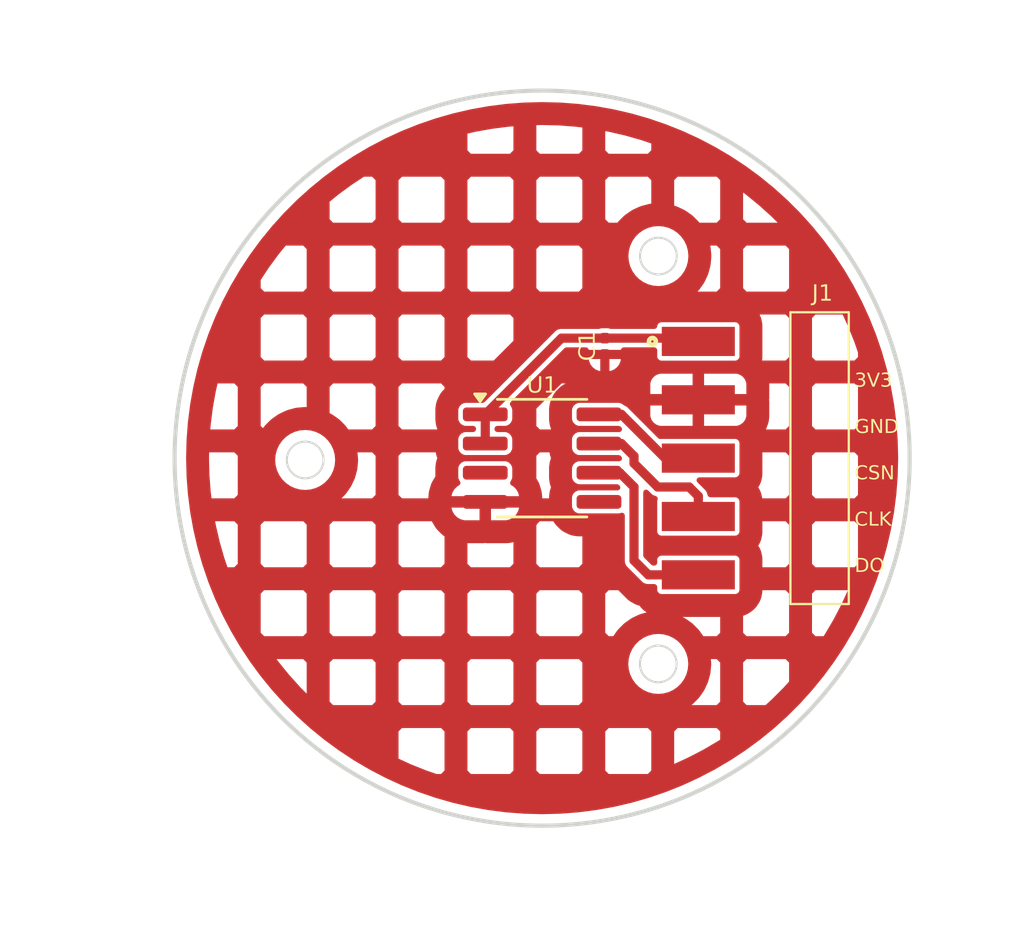
<source format=kicad_pcb>
(kicad_pcb (version 20240108) (generator "pcbnew") (generator_version "8.0")
  (layers (0 "F.Cu" signal) (31 "B.Cu" signal) (34 "B.Paste" user) (35 "F.Paste" user) (36 "B.SilkS" user "B.Silkscreen") (37 "F.SilkS" user "F.Silkscreen") (38 "B.Mask" user) (39 "F.Mask" user) (44 "Edge.Cuts" user))
  (net 0 "")
  (net 1 "+3.3V")
  (net 2 "GND")
  (net 3 "CSN")
  (net 4 "DO")
  (net 5 "CLK")
  (footprint "SamacSys_Parts:TSM-105-YY-ZZZ-SH" (layer "F.Cu") (at 147.8 100.343673 -90)
    (property "Reference" "J1" (at -7.143673 -5.4 180) (layer "F.SilkS") (effects (font (size 0.7 0.7) (thickness 0.175))))
    (property "Value" "TSM-105-01-F-SH" (hide yes))
    (fp_line (start -6.35 -4.01) (end -6.35 -6.55) (stroke (width 0.1)) (layer "F.SilkS"))
    (fp_line (start 6.35 -4.01) (end -6.35 -4.01) (stroke (width 0.1)) (layer "F.SilkS"))
    (fp_line (start -6.35 -6.55) (end 6.35 -6.55) (stroke (width 0.1)) (layer "F.SilkS"))
    (fp_line (start 6.35 -6.55) (end 6.35 -4.01) (stroke (width 0.1)) (layer "F.SilkS"))
    (fp_circle (center -5.08 2) (end -5.08 2.05) (stroke (width 0.2)) (fill none) (layer "F.SilkS"))
    (pad "1" smd rect (at -5.08 0 270) (size 1.27 3.18) (layers "F.Cu" "F.Paste" "F.Mask") (net 1 "+3.3V"))
    (pad "2" smd rect (at -2.54 0 270) (size 1.27 3.18) (layers "F.Cu" "F.Paste" "F.Mask") (net 2 "GND"))
    (pad "3" smd rect (at 0 0 270) (size 1.27 3.18) (layers "F.Cu" "F.Paste" "F.Mask") (net 3 "CSN"))
    (pad "4" smd rect (at 2.54 0 270) (size 1.27 3.18) (layers "F.Cu" "F.Paste" "F.Mask") (net 5 "CLK"))
    (pad "5" smd rect (at 5.08 0 270) (size 1.27 3.18) (layers "F.Cu" "F.Paste" "F.Mask") (net 4 "DO"))
  )
  (footprint "Package_SO:SOIC-8_3.9x4.9mm_P1.27mm" (layer "F.Cu") (at 141 100.343673)
    (property "Reference" "U1" (at 0 -3.143673 0) (layer "F.SilkS") (effects (font (size 0.7 0.7))))
    (property "Value" "MT6701-CT")
    (fp_line (start 0 -2.56) (end -1.95 -2.56) (stroke (width 0.12)) (layer "F.SilkS"))
    (fp_line (start 0 -2.56) (end 1.95 -2.56) (stroke (width 0.12)) (layer "F.SilkS"))
    (fp_line (start 0 2.56) (end -1.95 2.56) (stroke (width 0.12)) (layer "F.SilkS"))
    (fp_line (start 0 2.56) (end 1.95 2.56) (stroke (width 0.12)) (layer "F.SilkS"))
    (fp_poly (pts (xy -2.7 -2.465) (xy -2.94 -2.795) (xy -2.46 -2.795) (xy -2.7 -2.465)) (stroke (width 0.12)) (fill solid) (layer "F.SilkS"))
    (pad "1" smd roundrect (at -2.475 -1.905) (size 1.95 0.6) (layers "F.Cu" "F.Paste" "F.Mask") (net 1 "+3.3V"))
    (pad "2" smd roundrect (at -2.475 -0.635) (size 1.95 0.6) (layers "F.Cu" "F.Paste" "F.Mask") (net 1 "+3.3V"))
    (pad "3" smd roundrect (at -2.475 0.635) (size 1.95 0.6) (layers "F.Cu" "F.Paste" "F.Mask"))
    (pad "4" smd roundrect (at -2.475 1.905) (size 1.95 0.6) (layers "F.Cu" "F.Paste" "F.Mask") (net 2 "GND"))
    (pad "5" smd roundrect (at 2.475 1.905) (size 1.95 0.6) (layers "F.Cu" "F.Paste" "F.Mask"))
    (pad "6" smd roundrect (at 2.475 0.635) (size 1.95 0.6) (layers "F.Cu" "F.Paste" "F.Mask") (net 4 "DO"))
    (pad "7" smd roundrect (at 2.475 -0.635) (size 1.95 0.6) (layers "F.Cu" "F.Paste" "F.Mask") (net 5 "CLK"))
    (pad "8" smd roundrect (at 2.475 -1.905) (size 1.95 0.6) (layers "F.Cu" "F.Paste" "F.Mask") (net 3 "CSN"))
  )
  (footprint "Capacitor_SMD:C_0201_0603Metric" (layer "F.Cu") (at 143.73 95.47 -90)
    (property "Reference" "C1" (at 0 0.73 90) (layer "F.SilkS") (effects (font (size 0.7 0.7))))
    (property "Value" "100nF")
    (pad "1" smd roundrect (at -0.35 0 270) (size 0.46 0.4) (layers "F.Cu" "F.Mask") (net 1 "+3.3V"))
    (pad "2" smd roundrect (at 0.36 0 270) (size 0.46 0.4) (layers "F.Cu" "F.Mask") (net 2 "GND"))
  )
  (gr_circle (center 141 100.343673) (end 141 84.343673) (stroke (width 0.18)) (fill none) (layer "Edge.Cuts"))
  (gr_circle (center 130.684682 100.423525) (end 130.684682 99.623525) (stroke (width 0.09)) (fill none) (layer "Edge.Cuts"))
  (gr_circle (center 146.061365 91.547737) (end 146.061365 90.747737) (stroke (width 0.09)) (fill none) (layer "Edge.Cuts"))
  (gr_circle (center 146.056327 109.302221) (end 146.056327 108.502221) (stroke (width 0.09)) (fill none) (layer "Edge.Cuts"))
  (gr_text "3V3\n\nGND\n\nCSN\n\nCLK\n\nDO" (at 154.6 105.4 0) (layer "F.SilkS") (effects (font (size 0.6 0.6) (thickness 0.1)) (justify left bottom)))
  (segment (start 138.525 98.438673) (end 141.843673 95.12) (width 0.4) (layer "F.Cu") (net 1))
  (segment (start 141.843673 95.12) (end 147.656327 95.12) (width 0.4) (layer "F.Cu") (net 1))
  (segment (start 138.525 99.708673) (end 138.525 98.438673) (width 0.4) (layer "F.Cu") (net 1))
  (segment (start 147.656327 95.12) (end 147.8 95.263673) (width 0.4) (layer "F.Cu") (net 1))
  (segment (start 146.354999 100.343673) (end 147.8 100.343673) (width 0.4) (layer "F.Cu") (net 3))
  (segment (start 144.449999 98.438673) (end 146.354999 100.343673) (width 0.4) (layer "F.Cu") (net 3))
  (segment (start 143.475 98.438673) (end 144.449999 98.438673) (width 0.4) (layer "F.Cu") (net 3))
  (segment (start 144.378673 100.978673) (end 145 101.6) (width 0.4) (layer "F.Cu") (net 4))
  (segment (start 145 104.8) (end 145.623673 105.423673) (width 0.4) (layer "F.Cu") (net 4))
  (segment (start 145.623673 105.423673) (end 147.8 105.423673) (width 0.4) (layer "F.Cu") (net 4))
  (segment (start 145 101.6) (end 145 104.8) (width 0.4) (layer "F.Cu") (net 4))
  (segment (start 143.475 100.978673) (end 144.378673 100.978673) (width 0.4) (layer "F.Cu") (net 4))
  (segment (start 143.475 99.708673) (end 144.449999 99.708673) (width 0.4) (layer "F.Cu") (net 5))
  (segment (start 147.8 102) (end 147.8 102.883673) (width 0.4) (layer "F.Cu") (net 5))
  (segment (start 144.449999 99.708673) (end 145 100.258674) (width 0.4) (layer "F.Cu") (net 5))
  (segment (start 145 100.568672) (end 146.031328 101.6) (width 0.4) (layer "F.Cu") (net 5))
  (segment (start 146.031328 101.6) (end 147.4 101.6) (width 0.4) (layer "F.Cu") (net 5))
  (segment (start 145 100.258674) (end 145 100.568672) (width 0.4) (layer "F.Cu") (net 5))
  (segment (start 147.4 101.6) (end 147.8 102) (width 0.4) (layer "F.Cu") (net 5))
  (zone (net 2) (net_name "GND") (layer "F.Cu") (connect_pads (clearance 0)) (min_thickness 0.25) (fill yes (mode hatch) (thermal_gap 0.5) (thermal_bridge_width 0.5) (hatch_thickness 1) (hatch_gap 2) (hatch_orientation 0) (hatch_smoothing_level 1) (hatch_smoothing_value 0.1) (hatch_border_algorithm hatch_thickness) (hatch_min_hole_area 0.3))
    (polygon (pts (xy 128 83.2) (xy 146.2 80.4) (xy 162 91.2) (xy 162 115) (xy 146.4 121.2) (xy 127 121.2) (xy 117.4 106) (xy 120.4 91.6) (xy 128.2 83.2)))
  )
)
</source>
